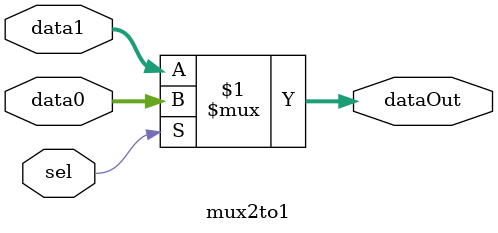
<source format=sv>
module mux2to1(
	input [31:0] data0,
	input [31:0] data1,
   input sel,
   output [31:0] dataOut
);

	assign dataOut = sel ? data0 : data1;
	
endmodule

</source>
